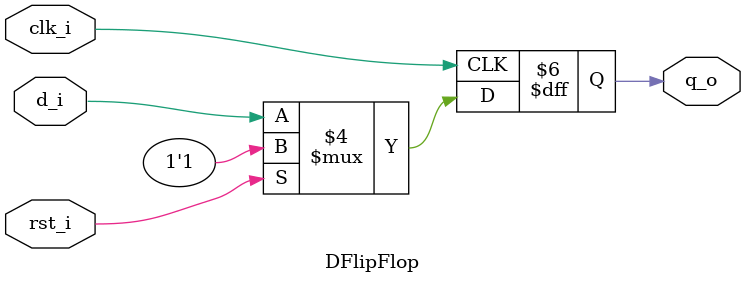
<source format=v>
module DFlipFlop (
    input clk_i,
    input rst_i,
    input d_i,
    output reg q_o
);

    always @(posedge clk_i ) begin
        if (rst_i == 1'b1)
            q_o <= 1'b1;
        else
            q_o <= d_i;
    end
endmodule
</source>
